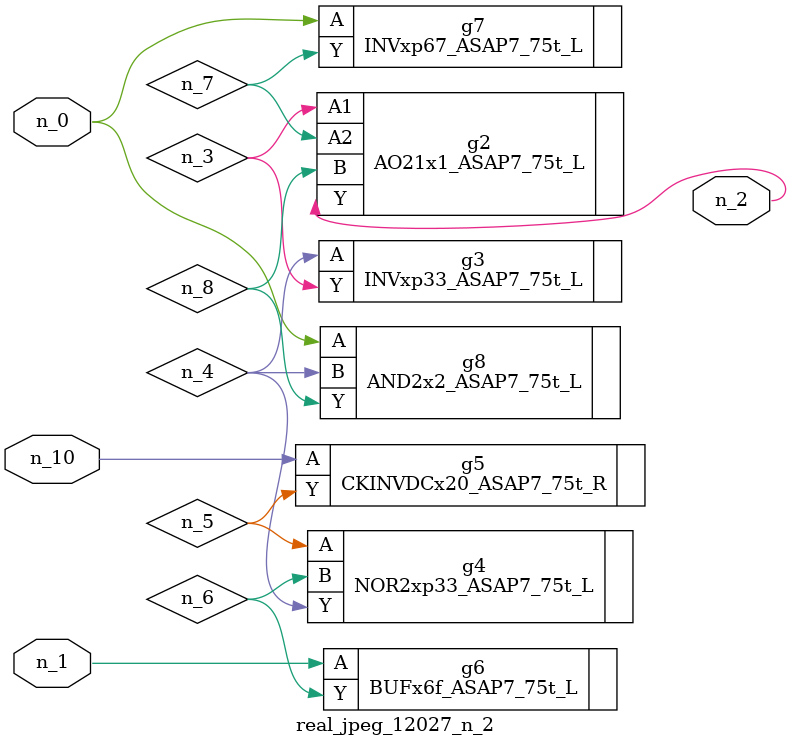
<source format=v>
module real_jpeg_12027_n_2 (n_1, n_10, n_0, n_2);

input n_1;
input n_10;
input n_0;

output n_2;

wire n_5;
wire n_4;
wire n_8;
wire n_6;
wire n_7;
wire n_3;

INVxp67_ASAP7_75t_L g7 ( 
.A(n_0),
.Y(n_7)
);

AND2x2_ASAP7_75t_L g8 ( 
.A(n_0),
.B(n_4),
.Y(n_8)
);

BUFx6f_ASAP7_75t_L g6 ( 
.A(n_1),
.Y(n_6)
);

AO21x1_ASAP7_75t_L g2 ( 
.A1(n_3),
.A2(n_7),
.B(n_8),
.Y(n_2)
);

INVxp33_ASAP7_75t_L g3 ( 
.A(n_4),
.Y(n_3)
);

NOR2xp33_ASAP7_75t_L g4 ( 
.A(n_5),
.B(n_6),
.Y(n_4)
);

CKINVDCx20_ASAP7_75t_R g5 ( 
.A(n_10),
.Y(n_5)
);


endmodule
</source>
